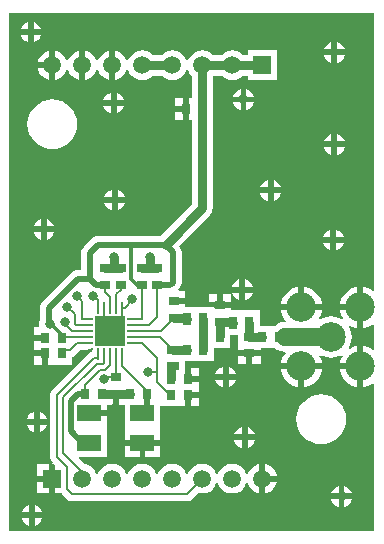
<source format=gtl>
%FSLAX44Y44*%
%MOMM*%
G71*
G01*
G75*
G04 Layer_Physical_Order=1*
G04 Layer_Color=255*
%ADD10R,0.9000X0.8000*%
%ADD11R,0.8000X1.1000*%
%ADD12R,0.8000X0.9000*%
%ADD13R,1.1000X0.8000*%
%ADD14R,2.0000X1.4000*%
%ADD15R,1.0500X0.2500*%
%ADD16R,0.2500X1.0500*%
%ADD17R,2.5000X2.5000*%
%ADD18C,1.5000*%
%ADD19C,0.7500*%
%ADD20C,0.2000*%
%ADD21C,0.5000*%
%ADD22C,0.3000*%
%ADD23C,2.5000*%
%ADD24C,1.5000*%
%ADD25R,1.5000X1.5000*%
%ADD26C,0.8000*%
G36*
X1314392Y1209775D02*
X1313244Y1209232D01*
X1312769Y1209621D01*
X1309729Y1211246D01*
X1306431Y1212247D01*
X1305500Y1212338D01*
Y1194997D01*
Y1177662D01*
X1306431Y1177753D01*
X1309729Y1178754D01*
X1312769Y1180379D01*
X1313244Y1180768D01*
X1314392Y1180225D01*
Y1159775D01*
X1313244Y1159232D01*
X1312769Y1159621D01*
X1309729Y1161246D01*
X1306431Y1162247D01*
X1305500Y1162338D01*
Y1144997D01*
Y1127662D01*
X1306431Y1127753D01*
X1309729Y1128754D01*
X1312769Y1130379D01*
X1313244Y1130768D01*
X1314392Y1130225D01*
Y1005608D01*
X1005608D01*
Y1444392D01*
X1314392D01*
Y1209775D01*
D02*
G37*
%LPC*%
G36*
X1300500Y1142500D02*
X1285662D01*
X1285753Y1141569D01*
X1286754Y1138271D01*
X1288379Y1135230D01*
X1290566Y1132566D01*
X1293230Y1130379D01*
X1296271Y1128754D01*
X1299569Y1127753D01*
X1300500Y1127662D01*
Y1142500D01*
D02*
G37*
G36*
X1270339D02*
X1255500D01*
Y1127662D01*
X1256431Y1127753D01*
X1259729Y1128754D01*
X1262769Y1130379D01*
X1265434Y1132566D01*
X1267621Y1135230D01*
X1269246Y1138271D01*
X1270247Y1141569D01*
X1270339Y1142500D01*
D02*
G37*
G36*
X1166000Y1143500D02*
X1159500D01*
Y1136500D01*
X1166000D01*
Y1143500D01*
D02*
G37*
G36*
X1191500Y1144706D02*
Y1138500D01*
X1197706D01*
X1196861Y1140539D01*
X1195419Y1142419D01*
X1193539Y1143861D01*
X1191500Y1144706D01*
D02*
G37*
G36*
X1186500D02*
X1184461Y1143861D01*
X1182581Y1142419D01*
X1181139Y1140539D01*
X1180294Y1138500D01*
X1186500D01*
Y1144706D01*
D02*
G37*
G36*
X1166000Y1118500D02*
X1159500D01*
Y1111500D01*
X1166000D01*
Y1118500D01*
D02*
G37*
G36*
X1031500Y1106706D02*
Y1100500D01*
X1037706D01*
X1036861Y1102539D01*
X1035419Y1104419D01*
X1033539Y1105861D01*
X1031500Y1106706D01*
D02*
G37*
G36*
X1186500Y1133500D02*
X1180294D01*
X1181139Y1131461D01*
X1182581Y1129581D01*
X1184461Y1128139D01*
X1186500Y1127294D01*
Y1133500D01*
D02*
G37*
G36*
X1250500Y1142500D02*
X1235662D01*
X1235753Y1141569D01*
X1236754Y1138271D01*
X1238379Y1135230D01*
X1240566Y1132566D01*
X1243231Y1130379D01*
X1246271Y1128754D01*
X1249569Y1127753D01*
X1250500Y1127662D01*
Y1142500D01*
D02*
G37*
G36*
X1197706Y1133500D02*
X1191500D01*
Y1127294D01*
X1193539Y1128139D01*
X1195419Y1129581D01*
X1196861Y1131461D01*
X1197706Y1133500D01*
D02*
G37*
G36*
X1033500Y1153500D02*
X1027000D01*
Y1146500D01*
X1033500D01*
Y1153500D01*
D02*
G37*
G36*
X1193500Y1206000D02*
X1186500D01*
Y1199500D01*
X1193500D01*
Y1206000D01*
D02*
G37*
G36*
X1181500D02*
X1174500D01*
Y1199500D01*
X1181500D01*
Y1206000D01*
D02*
G37*
G36*
X1200500Y1207500D02*
X1194294D01*
X1195139Y1205461D01*
X1196581Y1203581D01*
X1198461Y1202139D01*
X1200500Y1201294D01*
Y1207500D01*
D02*
G37*
G36*
Y1218706D02*
X1198461Y1217861D01*
X1196581Y1216419D01*
X1195139Y1214539D01*
X1194294Y1212500D01*
X1200500D01*
Y1218706D01*
D02*
G37*
G36*
X1211706Y1207500D02*
X1205500D01*
Y1201294D01*
X1207539Y1202139D01*
X1209419Y1203581D01*
X1210862Y1205461D01*
X1211706Y1207500D01*
D02*
G37*
G36*
X1218500Y1153500D02*
X1211500D01*
Y1147000D01*
X1218500D01*
Y1153500D01*
D02*
G37*
G36*
X1206500D02*
X1199500D01*
Y1147000D01*
X1206500D01*
Y1153500D01*
D02*
G37*
G36*
X1250500Y1212338D02*
X1249569Y1212247D01*
X1246271Y1211246D01*
X1243231Y1209621D01*
X1240566Y1207434D01*
X1238379Y1204770D01*
X1236754Y1201729D01*
X1235753Y1198431D01*
X1235662Y1197500D01*
X1250500D01*
Y1212338D01*
D02*
G37*
G36*
X1300500D02*
X1299569Y1212247D01*
X1296271Y1211246D01*
X1293230Y1209621D01*
X1290566Y1207434D01*
X1288379Y1204770D01*
X1286754Y1201729D01*
X1285753Y1198431D01*
X1285662Y1197500D01*
X1300500D01*
Y1212338D01*
D02*
G37*
G36*
X1255500D02*
Y1197500D01*
X1270339D01*
X1270247Y1198431D01*
X1269246Y1201729D01*
X1267621Y1204770D01*
X1265434Y1207434D01*
X1262769Y1209621D01*
X1259729Y1211246D01*
X1256431Y1212247D01*
X1255500Y1212338D01*
D02*
G37*
G36*
X1289500Y1043706D02*
Y1037500D01*
X1295706D01*
X1294861Y1039539D01*
X1293419Y1041419D01*
X1291539Y1042861D01*
X1289500Y1043706D01*
D02*
G37*
G36*
X1284500D02*
X1282461Y1042861D01*
X1280581Y1041419D01*
X1279138Y1039539D01*
X1278294Y1037500D01*
X1284500D01*
Y1043706D01*
D02*
G37*
G36*
X1039500Y1047500D02*
X1029500D01*
Y1037500D01*
X1039500D01*
Y1047500D01*
D02*
G37*
G36*
Y1062500D02*
X1029500D01*
Y1052500D01*
X1039500D01*
Y1062500D01*
D02*
G37*
G36*
X1232079Y1047500D02*
X1222300D01*
Y1037721D01*
X1223063Y1037822D01*
X1226104Y1039081D01*
X1228715Y1041085D01*
X1230719Y1043696D01*
X1231978Y1046737D01*
X1232079Y1047500D01*
D02*
G37*
G36*
X1295706Y1032500D02*
X1289500D01*
Y1026294D01*
X1291539Y1027139D01*
X1293419Y1028581D01*
X1294861Y1030461D01*
X1295706Y1032500D01*
D02*
G37*
G36*
X1033706Y1016500D02*
X1027500D01*
Y1010294D01*
X1029539Y1011139D01*
X1031419Y1012581D01*
X1032861Y1014461D01*
X1033706Y1016500D01*
D02*
G37*
G36*
X1022500D02*
X1016294D01*
X1017139Y1014461D01*
X1018581Y1012581D01*
X1020461Y1011139D01*
X1022500Y1010294D01*
Y1016500D01*
D02*
G37*
G36*
Y1027706D02*
X1020461Y1026861D01*
X1018581Y1025419D01*
X1017139Y1023539D01*
X1016294Y1021500D01*
X1022500D01*
Y1027706D01*
D02*
G37*
G36*
X1284500Y1032500D02*
X1278294D01*
X1279138Y1030461D01*
X1280581Y1028581D01*
X1282461Y1027139D01*
X1284500Y1026294D01*
Y1032500D01*
D02*
G37*
G36*
X1027500Y1027706D02*
Y1021500D01*
X1033706D01*
X1032861Y1023539D01*
X1031419Y1025419D01*
X1029539Y1026861D01*
X1027500Y1027706D01*
D02*
G37*
G36*
X1207500Y1093706D02*
Y1087500D01*
X1213706D01*
X1212861Y1089539D01*
X1211419Y1091419D01*
X1209539Y1092861D01*
X1207500Y1093706D01*
D02*
G37*
G36*
X1202500D02*
X1200461Y1092861D01*
X1198581Y1091419D01*
X1197139Y1089539D01*
X1196294Y1087500D01*
X1202500D01*
Y1093706D01*
D02*
G37*
G36*
X1026500Y1095500D02*
X1020294D01*
X1021139Y1093461D01*
X1022581Y1091581D01*
X1024461Y1090138D01*
X1026500Y1089294D01*
Y1095500D01*
D02*
G37*
G36*
Y1106706D02*
X1024461Y1105861D01*
X1022581Y1104419D01*
X1021139Y1102539D01*
X1020294Y1100500D01*
X1026500D01*
Y1106706D01*
D02*
G37*
G36*
X1037706Y1095500D02*
X1031500D01*
Y1089294D01*
X1033539Y1090138D01*
X1035419Y1091581D01*
X1036861Y1093461D01*
X1037706Y1095500D01*
D02*
G37*
G36*
X1269800Y1121352D02*
X1265683Y1120946D01*
X1261725Y1119745D01*
X1258077Y1117795D01*
X1254879Y1115171D01*
X1252255Y1111973D01*
X1250305Y1108325D01*
X1249104Y1104367D01*
X1248698Y1100250D01*
X1249104Y1096133D01*
X1250305Y1092175D01*
X1252255Y1088527D01*
X1254879Y1085329D01*
X1258077Y1082705D01*
X1261725Y1080755D01*
X1265683Y1079554D01*
X1269800Y1079148D01*
X1273917Y1079554D01*
X1277875Y1080755D01*
X1281523Y1082705D01*
X1284721Y1085329D01*
X1287345Y1088527D01*
X1289295Y1092175D01*
X1290496Y1096133D01*
X1290902Y1100250D01*
X1290496Y1104367D01*
X1289295Y1108325D01*
X1287345Y1111973D01*
X1284721Y1115171D01*
X1281523Y1117795D01*
X1277875Y1119745D01*
X1273917Y1120946D01*
X1269800Y1121352D01*
D02*
G37*
G36*
X1116000Y1078000D02*
X1103500D01*
Y1068500D01*
X1116000D01*
Y1078000D01*
D02*
G37*
G36*
X1222300Y1062279D02*
Y1052500D01*
X1232079D01*
X1231978Y1053263D01*
X1230719Y1056304D01*
X1228715Y1058915D01*
X1226104Y1060919D01*
X1223063Y1062178D01*
X1222300Y1062279D01*
D02*
G37*
G36*
X1133500Y1078000D02*
X1121000D01*
Y1068500D01*
X1133500D01*
Y1078000D01*
D02*
G37*
G36*
X1213706Y1082500D02*
X1207500D01*
Y1076294D01*
X1209539Y1077139D01*
X1211419Y1078581D01*
X1212861Y1080461D01*
X1213706Y1082500D01*
D02*
G37*
G36*
X1202500D02*
X1196294D01*
X1197139Y1080461D01*
X1198581Y1078581D01*
X1200461Y1077139D01*
X1202500Y1076294D01*
Y1082500D01*
D02*
G37*
G36*
X1205500Y1218706D02*
Y1212500D01*
X1211706D01*
X1210862Y1214539D01*
X1209419Y1216419D01*
X1207539Y1217861D01*
X1205500Y1218706D01*
D02*
G37*
G36*
X1201500Y1379706D02*
X1199461Y1378862D01*
X1197581Y1377419D01*
X1196139Y1375539D01*
X1195294Y1373500D01*
X1201500D01*
Y1379706D01*
D02*
G37*
G36*
X1096500Y1376706D02*
Y1370500D01*
X1102706D01*
X1101861Y1372539D01*
X1100419Y1374419D01*
X1098539Y1375862D01*
X1096500Y1376706D01*
D02*
G37*
G36*
X1206500Y1379706D02*
Y1373500D01*
X1212706D01*
X1211861Y1375539D01*
X1210419Y1377419D01*
X1208539Y1378862D01*
X1206500Y1379706D01*
D02*
G37*
G36*
X1278500Y1408500D02*
X1272294D01*
X1273139Y1406461D01*
X1274581Y1404581D01*
X1276461Y1403138D01*
X1278500Y1402294D01*
Y1408500D01*
D02*
G37*
G36*
X1039700Y1397500D02*
X1029921D01*
X1030022Y1396737D01*
X1031281Y1393696D01*
X1033285Y1391085D01*
X1035896Y1389081D01*
X1038937Y1387822D01*
X1039700Y1387721D01*
Y1397500D01*
D02*
G37*
G36*
X1091500Y1376706D02*
X1089461Y1375862D01*
X1087581Y1374419D01*
X1086139Y1372539D01*
X1085294Y1370500D01*
X1091500D01*
Y1376706D01*
D02*
G37*
G36*
X1102706Y1365500D02*
X1096500D01*
Y1359294D01*
X1098539Y1360139D01*
X1100419Y1361581D01*
X1101861Y1363461D01*
X1102706Y1365500D01*
D02*
G37*
G36*
X1091500D02*
X1085294D01*
X1086139Y1363461D01*
X1087581Y1361581D01*
X1089461Y1360139D01*
X1091500Y1359294D01*
Y1365500D01*
D02*
G37*
G36*
X1201500Y1368500D02*
X1195294D01*
X1196139Y1366461D01*
X1197581Y1364581D01*
X1199461Y1363138D01*
X1201500Y1362294D01*
Y1368500D01*
D02*
G37*
G36*
X1152500Y1372500D02*
X1146000D01*
Y1365500D01*
X1152500D01*
Y1372500D01*
D02*
G37*
G36*
X1212706Y1368500D02*
X1206500D01*
Y1362294D01*
X1208539Y1363138D01*
X1210419Y1364581D01*
X1211861Y1366461D01*
X1212706Y1368500D01*
D02*
G37*
G36*
X1021500Y1425500D02*
X1015294D01*
X1016139Y1423461D01*
X1017581Y1421581D01*
X1019461Y1420139D01*
X1021500Y1419294D01*
Y1425500D01*
D02*
G37*
G36*
X1283500Y1419706D02*
Y1413500D01*
X1289706D01*
X1288862Y1415539D01*
X1287419Y1417419D01*
X1285539Y1418861D01*
X1283500Y1419706D01*
D02*
G37*
G36*
X1032706Y1425500D02*
X1026500D01*
Y1419294D01*
X1028539Y1420139D01*
X1030419Y1421581D01*
X1031861Y1423461D01*
X1032706Y1425500D01*
D02*
G37*
G36*
X1026500Y1436706D02*
Y1430500D01*
X1032706D01*
X1031861Y1432539D01*
X1030419Y1434419D01*
X1028539Y1435861D01*
X1026500Y1436706D01*
D02*
G37*
G36*
X1021500D02*
X1019461Y1435861D01*
X1017581Y1434419D01*
X1016139Y1432539D01*
X1015294Y1430500D01*
X1021500D01*
Y1436706D01*
D02*
G37*
G36*
X1278500Y1419706D02*
X1276461Y1418861D01*
X1274581Y1417419D01*
X1273139Y1415539D01*
X1272294Y1413500D01*
X1278500D01*
Y1419706D01*
D02*
G37*
G36*
X1039700Y1412279D02*
X1038937Y1412178D01*
X1035896Y1410919D01*
X1033285Y1408915D01*
X1031281Y1406304D01*
X1030022Y1403263D01*
X1029921Y1402500D01*
X1039700D01*
Y1412279D01*
D02*
G37*
G36*
X1289706Y1408500D02*
X1283500D01*
Y1402294D01*
X1285539Y1403138D01*
X1287419Y1404581D01*
X1288862Y1406461D01*
X1289706Y1408500D01*
D02*
G37*
G36*
X1065100Y1412279D02*
X1064337Y1412178D01*
X1061296Y1410919D01*
X1058685Y1408915D01*
X1056681Y1406304D01*
X1055535Y1403537D01*
X1054265D01*
X1053119Y1406304D01*
X1051115Y1408915D01*
X1048504Y1410919D01*
X1045463Y1412178D01*
X1044700Y1412279D01*
Y1399998D01*
Y1387721D01*
X1045463Y1387822D01*
X1048504Y1389081D01*
X1051115Y1391085D01*
X1053119Y1393696D01*
X1054265Y1396463D01*
X1055535D01*
X1056681Y1393696D01*
X1058685Y1391085D01*
X1061296Y1389081D01*
X1064337Y1387822D01*
X1065100Y1387721D01*
Y1399998D01*
Y1412279D01*
D02*
G37*
G36*
X1194600Y1412608D02*
X1191337Y1412178D01*
X1188296Y1410919D01*
X1185685Y1408915D01*
X1185616Y1408826D01*
X1178184D01*
X1178115Y1408915D01*
X1175504Y1410919D01*
X1172463Y1412178D01*
X1169200Y1412608D01*
X1165937Y1412178D01*
X1162896Y1410919D01*
X1160285Y1408915D01*
X1158281Y1406304D01*
X1157135Y1403537D01*
X1155865D01*
X1154719Y1406304D01*
X1152715Y1408915D01*
X1150104Y1410919D01*
X1147063Y1412178D01*
X1143800Y1412608D01*
X1140537Y1412178D01*
X1137496Y1410919D01*
X1134885Y1408915D01*
X1134816Y1408826D01*
X1127384D01*
X1127315Y1408915D01*
X1124704Y1410919D01*
X1121663Y1412178D01*
X1118400Y1412608D01*
X1115137Y1412178D01*
X1112096Y1410919D01*
X1109485Y1408915D01*
X1107481Y1406304D01*
X1106335Y1403537D01*
X1105065D01*
X1103919Y1406304D01*
X1101915Y1408915D01*
X1099304Y1410919D01*
X1096263Y1412178D01*
X1095500Y1412279D01*
Y1399998D01*
Y1387721D01*
X1096263Y1387822D01*
X1099304Y1389081D01*
X1101915Y1391085D01*
X1103919Y1393696D01*
X1105065Y1396463D01*
X1106335D01*
X1107481Y1393696D01*
X1109485Y1391085D01*
X1112096Y1389081D01*
X1115137Y1387822D01*
X1118400Y1387392D01*
X1121663Y1387822D01*
X1124704Y1389081D01*
X1127315Y1391085D01*
X1127384Y1391174D01*
X1134816D01*
X1134885Y1391085D01*
X1137496Y1389081D01*
X1140537Y1387822D01*
X1143800Y1387392D01*
X1147063Y1387822D01*
X1150104Y1389081D01*
X1152715Y1391085D01*
X1154719Y1393696D01*
X1155865Y1396463D01*
X1157135D01*
X1158281Y1393696D01*
X1160285Y1391085D01*
X1160375Y1391016D01*
Y1372500D01*
X1157500D01*
Y1362997D01*
Y1353500D01*
X1160174D01*
Y1282656D01*
X1133084Y1255565D01*
X1081000D01*
X1079042Y1255307D01*
X1077218Y1254551D01*
X1075651Y1253349D01*
X1068651Y1246349D01*
X1067449Y1244782D01*
X1067227Y1244248D01*
X1066693Y1242958D01*
X1066435Y1241000D01*
Y1226565D01*
X1063565D01*
X1061607Y1226307D01*
X1060538Y1225864D01*
X1059783Y1225551D01*
X1059102Y1225029D01*
X1058216Y1224349D01*
X1058216Y1224349D01*
X1033651Y1199784D01*
X1032449Y1198217D01*
X1031693Y1196393D01*
X1031435Y1194435D01*
Y1183844D01*
X1031230Y1183347D01*
X1030920Y1180998D01*
X1031123Y1179455D01*
X1030286Y1178500D01*
X1027000D01*
Y1171500D01*
X1036003D01*
Y1166500D01*
X1027000D01*
Y1165500D01*
X1027000D01*
Y1158500D01*
X1036003D01*
Y1156003D01*
X1038500D01*
Y1146500D01*
X1059000D01*
Y1153280D01*
X1059341Y1153348D01*
X1061326Y1154674D01*
X1065534Y1158883D01*
X1071250D01*
X1073591Y1159348D01*
X1075576Y1160674D01*
X1076500Y1160500D01*
X1076500Y1160500D01*
D01*
X1076500D01*
D01*
Y1160500D01*
X1076500D01*
D01*
Y1160500D01*
D01*
X1076500Y1160500D01*
X1076674Y1159576D01*
X1075382Y1157642D01*
X1074598Y1157118D01*
X1073409Y1156323D01*
X1042174Y1125089D01*
X1040848Y1123104D01*
X1040383Y1120763D01*
Y1068500D01*
X1040848Y1066159D01*
X1042174Y1064174D01*
X1042675Y1063673D01*
X1042189Y1062501D01*
X1043847D01*
X1044500Y1061848D01*
Y1049997D01*
Y1037500D01*
X1050123D01*
X1050674Y1036674D01*
X1054674Y1032674D01*
X1056659Y1031348D01*
X1059000Y1030882D01*
X1156000D01*
X1158341Y1031348D01*
X1160326Y1032674D01*
X1165551Y1037899D01*
X1165737Y1037822D01*
X1169000Y1037392D01*
X1172263Y1037822D01*
X1175304Y1039081D01*
X1177915Y1041085D01*
X1179919Y1043696D01*
X1181065Y1046463D01*
X1182335D01*
X1183481Y1043696D01*
X1185485Y1041085D01*
X1188096Y1039081D01*
X1191137Y1037822D01*
X1194400Y1037392D01*
X1197663Y1037822D01*
X1200704Y1039081D01*
X1203315Y1041085D01*
X1205319Y1043696D01*
X1206465Y1046463D01*
X1207735D01*
X1208881Y1043696D01*
X1210885Y1041085D01*
X1213496Y1039081D01*
X1216537Y1037822D01*
X1217300Y1037721D01*
Y1049997D01*
Y1062279D01*
X1216537Y1062178D01*
X1213496Y1060919D01*
X1210885Y1058915D01*
X1208881Y1056304D01*
X1207735Y1053537D01*
X1206465D01*
X1205319Y1056304D01*
X1203315Y1058915D01*
X1200704Y1060919D01*
X1197663Y1062178D01*
X1194400Y1062608D01*
X1191137Y1062178D01*
X1188096Y1060919D01*
X1185485Y1058915D01*
X1183481Y1056304D01*
X1182335Y1053537D01*
X1181065D01*
X1179919Y1056304D01*
X1177915Y1058915D01*
X1175304Y1060919D01*
X1172263Y1062178D01*
X1169000Y1062608D01*
X1165737Y1062178D01*
X1162696Y1060919D01*
X1160085Y1058915D01*
X1158081Y1056304D01*
X1156935Y1053537D01*
X1155665D01*
X1154519Y1056304D01*
X1152515Y1058915D01*
X1149904Y1060919D01*
X1146863Y1062178D01*
X1143600Y1062608D01*
X1140337Y1062178D01*
X1137296Y1060919D01*
X1134685Y1058915D01*
X1132681Y1056304D01*
X1131535Y1053537D01*
X1130265D01*
X1129119Y1056304D01*
X1127115Y1058915D01*
X1124504Y1060919D01*
X1121463Y1062178D01*
X1118200Y1062608D01*
X1114937Y1062178D01*
X1111896Y1060919D01*
X1109285Y1058915D01*
X1107281Y1056304D01*
X1106135Y1053537D01*
X1104865D01*
X1103719Y1056304D01*
X1101715Y1058915D01*
X1099104Y1060919D01*
X1096063Y1062178D01*
X1092800Y1062608D01*
X1089537Y1062178D01*
X1086496Y1060919D01*
X1083885Y1058915D01*
X1081881Y1056304D01*
X1080735Y1053537D01*
X1079465D01*
X1078319Y1056304D01*
X1076315Y1058915D01*
X1073704Y1060919D01*
X1070663Y1062178D01*
X1069293Y1062359D01*
X1064325Y1067327D01*
X1064811Y1068500D01*
X1088500D01*
Y1092500D01*
D01*
Y1092500D01*
X1088500Y1092500D01*
Y1093500D01*
X1088500D01*
Y1103000D01*
X1073497D01*
Y1108000D01*
X1088500D01*
Y1112500D01*
X1093000D01*
Y1113000D01*
X1093500D01*
Y1122003D01*
X1098500D01*
Y1113000D01*
X1099000D01*
Y1112500D01*
X1103500D01*
Y1093500D01*
X1103500Y1093500D01*
X1103500Y1092500D01*
X1103500D01*
Y1083000D01*
X1133500D01*
Y1092500D01*
D01*
Y1092500D01*
X1133500Y1092500D01*
Y1093500D01*
X1133500D01*
Y1111500D01*
X1134000D01*
Y1111500D01*
X1154500D01*
Y1121003D01*
X1156998D01*
Y1123500D01*
X1166000D01*
Y1124500D01*
X1166000D01*
Y1131500D01*
X1156998D01*
Y1133997D01*
X1154500D01*
Y1136000D01*
X1154501D01*
Y1143500D01*
X1154500D01*
Y1149500D01*
X1179000D01*
Y1160500D01*
X1193000D01*
Y1171500D01*
X1199500D01*
Y1161000D01*
Y1158500D01*
X1218500D01*
Y1160500D01*
X1230847D01*
X1232696Y1159081D01*
X1235737Y1157822D01*
X1239000Y1157392D01*
X1239046D01*
X1239589Y1156244D01*
X1238379Y1154770D01*
X1236754Y1151729D01*
X1235753Y1148431D01*
X1235662Y1147500D01*
X1270339D01*
X1270247Y1148431D01*
X1269246Y1151729D01*
X1267953Y1154149D01*
X1268851Y1155047D01*
X1271271Y1153754D01*
X1274569Y1152753D01*
X1278000Y1152415D01*
X1281431Y1152753D01*
X1284729Y1153754D01*
X1287149Y1155047D01*
X1288047Y1154149D01*
X1286754Y1151729D01*
X1285753Y1148431D01*
X1285662Y1147500D01*
X1300500D01*
Y1162338D01*
X1299569Y1162247D01*
X1296271Y1161246D01*
X1293851Y1159953D01*
X1292953Y1160851D01*
X1294246Y1163271D01*
X1295247Y1166569D01*
X1295585Y1170000D01*
X1295247Y1173431D01*
X1294246Y1176729D01*
X1292953Y1179149D01*
X1293851Y1180047D01*
X1296271Y1178754D01*
X1299569Y1177753D01*
X1300500Y1177662D01*
Y1192500D01*
X1285662D01*
X1285753Y1191569D01*
X1286754Y1188271D01*
X1288047Y1185851D01*
X1287149Y1184953D01*
X1284729Y1186246D01*
X1281431Y1187247D01*
X1278000Y1187585D01*
X1274569Y1187247D01*
X1271271Y1186246D01*
X1268851Y1184953D01*
X1267953Y1185851D01*
X1269246Y1188271D01*
X1270247Y1191569D01*
X1270339Y1192500D01*
X1235662D01*
X1235753Y1191569D01*
X1236754Y1188271D01*
X1238379Y1185230D01*
X1239589Y1183756D01*
X1239046Y1182608D01*
X1239000D01*
X1235737Y1182178D01*
X1232696Y1180919D01*
X1230847Y1179500D01*
X1218000D01*
Y1192500D01*
X1193500D01*
Y1194500D01*
X1179000D01*
Y1195500D01*
X1174500D01*
Y1195500D01*
X1154500D01*
Y1197500D01*
X1144997D01*
Y1202500D01*
X1154500D01*
Y1209000D01*
X1149357D01*
X1148871Y1210173D01*
X1149349Y1210651D01*
X1149349Y1210651D01*
X1150551Y1212218D01*
X1151307Y1214042D01*
X1151337Y1214270D01*
X1151565Y1216000D01*
X1151565Y1216000D01*
Y1242000D01*
X1151565Y1242000D01*
X1151337Y1243730D01*
X1151307Y1243958D01*
X1150551Y1245782D01*
X1149558Y1247077D01*
X1175241Y1272759D01*
X1176643Y1274587D01*
X1177160Y1275834D01*
X1177525Y1276716D01*
X1177825Y1279000D01*
Y1353500D01*
X1178000D01*
Y1363006D01*
X1178026Y1363200D01*
Y1391016D01*
X1178115Y1391085D01*
X1178184Y1391174D01*
X1185616D01*
X1185685Y1391085D01*
X1188296Y1389081D01*
X1191337Y1387822D01*
X1194600Y1387392D01*
X1197863Y1387822D01*
X1200904Y1389081D01*
X1203515Y1391085D01*
X1203584Y1391174D01*
X1207500D01*
Y1387500D01*
X1232500D01*
Y1412500D01*
X1207500D01*
Y1408826D01*
X1203584D01*
X1203515Y1408915D01*
X1200904Y1410919D01*
X1197863Y1412178D01*
X1194600Y1412608D01*
D02*
G37*
G36*
X1090500Y1412279D02*
X1089737Y1412178D01*
X1086696Y1410919D01*
X1084085Y1408915D01*
X1082081Y1406304D01*
X1080935Y1403537D01*
X1079665D01*
X1078519Y1406304D01*
X1076515Y1408915D01*
X1073904Y1410919D01*
X1070863Y1412178D01*
X1070100Y1412279D01*
Y1399998D01*
Y1387721D01*
X1070863Y1387822D01*
X1073904Y1389081D01*
X1076515Y1391085D01*
X1078519Y1393696D01*
X1079665Y1396463D01*
X1080935D01*
X1082081Y1393696D01*
X1084085Y1391085D01*
X1086696Y1389081D01*
X1089737Y1387822D01*
X1090500Y1387721D01*
Y1399998D01*
Y1412279D01*
D02*
G37*
G36*
X1037500Y1269706D02*
Y1263500D01*
X1043706D01*
X1042861Y1265539D01*
X1041419Y1267419D01*
X1039539Y1268861D01*
X1037500Y1269706D01*
D02*
G37*
G36*
X1032500D02*
X1030461Y1268861D01*
X1028581Y1267419D01*
X1027139Y1265539D01*
X1026294Y1263500D01*
X1032500D01*
Y1269706D01*
D02*
G37*
G36*
X1092500Y1283500D02*
X1086294D01*
X1087139Y1281461D01*
X1088581Y1279581D01*
X1090461Y1278139D01*
X1092500Y1277294D01*
Y1283500D01*
D02*
G37*
G36*
X1224500Y1291500D02*
X1218294D01*
X1219139Y1289461D01*
X1220581Y1287581D01*
X1222461Y1286139D01*
X1224500Y1285294D01*
Y1291500D01*
D02*
G37*
G36*
X1103706Y1283500D02*
X1097500D01*
Y1277294D01*
X1099539Y1278139D01*
X1101419Y1279581D01*
X1102861Y1281461D01*
X1103706Y1283500D01*
D02*
G37*
G36*
X1282500Y1260706D02*
Y1254500D01*
X1288706D01*
X1287861Y1256539D01*
X1286419Y1258419D01*
X1284539Y1259862D01*
X1282500Y1260706D01*
D02*
G37*
G36*
X1288706Y1249500D02*
X1282500D01*
Y1243294D01*
X1284539Y1244139D01*
X1286419Y1245581D01*
X1287861Y1247461D01*
X1288706Y1249500D01*
D02*
G37*
G36*
X1277500D02*
X1271294D01*
X1272139Y1247461D01*
X1273581Y1245581D01*
X1275461Y1244139D01*
X1277500Y1243294D01*
Y1249500D01*
D02*
G37*
G36*
X1032500Y1258500D02*
X1026294D01*
X1027139Y1256461D01*
X1028581Y1254581D01*
X1030461Y1253139D01*
X1032500Y1252294D01*
Y1258500D01*
D02*
G37*
G36*
X1277500Y1260706D02*
X1275461Y1259862D01*
X1273581Y1258419D01*
X1272139Y1256539D01*
X1271294Y1254500D01*
X1277500D01*
Y1260706D01*
D02*
G37*
G36*
X1043706Y1258500D02*
X1037500D01*
Y1252294D01*
X1039539Y1253139D01*
X1041419Y1254581D01*
X1042861Y1256461D01*
X1043706Y1258500D01*
D02*
G37*
G36*
X1042200Y1371102D02*
X1038083Y1370696D01*
X1034125Y1369495D01*
X1030477Y1367545D01*
X1027279Y1364921D01*
X1024655Y1361723D01*
X1022705Y1358075D01*
X1021504Y1354117D01*
X1021098Y1350000D01*
X1021504Y1345883D01*
X1022705Y1341925D01*
X1024655Y1338277D01*
X1027279Y1335079D01*
X1030477Y1332455D01*
X1034125Y1330505D01*
X1038083Y1329304D01*
X1042200Y1328898D01*
X1046317Y1329304D01*
X1050275Y1330505D01*
X1053923Y1332455D01*
X1057121Y1335079D01*
X1059745Y1338277D01*
X1061695Y1341925D01*
X1062896Y1345883D01*
X1063302Y1350000D01*
X1062896Y1354117D01*
X1061695Y1358075D01*
X1059745Y1361723D01*
X1057121Y1364921D01*
X1053923Y1367545D01*
X1050275Y1369495D01*
X1046317Y1370696D01*
X1042200Y1371102D01*
D02*
G37*
G36*
X1289706Y1330500D02*
X1283500D01*
Y1324294D01*
X1285539Y1325139D01*
X1287419Y1326581D01*
X1288862Y1328461D01*
X1289706Y1330500D01*
D02*
G37*
G36*
X1278500Y1341706D02*
X1276461Y1340862D01*
X1274581Y1339419D01*
X1273139Y1337539D01*
X1272294Y1335500D01*
X1278500D01*
Y1341706D01*
D02*
G37*
G36*
X1152500Y1360500D02*
X1146000D01*
Y1353500D01*
X1152500D01*
Y1360500D01*
D02*
G37*
G36*
X1283500Y1341706D02*
Y1335500D01*
X1289706D01*
X1288862Y1337539D01*
X1287419Y1339419D01*
X1285539Y1340862D01*
X1283500Y1341706D01*
D02*
G37*
G36*
X1278500Y1330500D02*
X1272294D01*
X1273139Y1328461D01*
X1274581Y1326581D01*
X1276461Y1325139D01*
X1278500Y1324294D01*
Y1330500D01*
D02*
G37*
G36*
X1092500Y1294706D02*
X1090461Y1293861D01*
X1088581Y1292419D01*
X1087139Y1290539D01*
X1086294Y1288500D01*
X1092500D01*
Y1294706D01*
D02*
G37*
G36*
X1235706Y1291500D02*
X1229500D01*
Y1285294D01*
X1231539Y1286139D01*
X1233419Y1287581D01*
X1234862Y1289461D01*
X1235706Y1291500D01*
D02*
G37*
G36*
X1097500Y1294706D02*
Y1288500D01*
X1103706D01*
X1102861Y1290539D01*
X1101419Y1292419D01*
X1099539Y1293861D01*
X1097500Y1294706D01*
D02*
G37*
G36*
X1229500Y1302706D02*
Y1296500D01*
X1235706D01*
X1234862Y1298539D01*
X1233419Y1300419D01*
X1231539Y1301862D01*
X1229500Y1302706D01*
D02*
G37*
G36*
X1224500D02*
X1222461Y1301862D01*
X1220581Y1300419D01*
X1219139Y1298539D01*
X1218294Y1296500D01*
X1224500D01*
Y1302706D01*
D02*
G37*
%LPD*%
D10*
X1145000Y1200000D02*
D03*
Y1186000D02*
D03*
X1184000Y1197000D02*
D03*
Y1183000D02*
D03*
X1209000Y1156000D02*
D03*
Y1170000D02*
D03*
X1100000Y1228000D02*
D03*
Y1214000D02*
D03*
X1096000Y1122000D02*
D03*
Y1136000D02*
D03*
X1131000Y1228000D02*
D03*
Y1214000D02*
D03*
X1118000Y1228000D02*
D03*
Y1214000D02*
D03*
X1087000Y1228000D02*
D03*
Y1214000D02*
D03*
D11*
X1170000Y1185000D02*
D03*
X1156000D02*
D03*
X1184000Y1171000D02*
D03*
X1170000D02*
D03*
X1209000Y1182000D02*
D03*
X1195000D02*
D03*
D12*
X1220000Y1170000D02*
D03*
X1234000D02*
D03*
X1170000Y1159000D02*
D03*
X1156000D02*
D03*
X1143000Y1134000D02*
D03*
X1157000D02*
D03*
X1169000Y1363000D02*
D03*
X1155000D02*
D03*
X1122000Y1122000D02*
D03*
X1108000D02*
D03*
X1070000Y1122000D02*
D03*
X1084000D02*
D03*
X1050000Y1156000D02*
D03*
X1036000D02*
D03*
X1157000Y1121000D02*
D03*
X1143000D02*
D03*
X1036000Y1169000D02*
D03*
X1050000D02*
D03*
D13*
X1144000Y1145000D02*
D03*
Y1159000D02*
D03*
D14*
X1073500Y1105500D02*
D03*
X1118500D02*
D03*
Y1080500D02*
D03*
X1073500D02*
D03*
D15*
X1071250Y1185000D02*
D03*
Y1180000D02*
D03*
Y1175000D02*
D03*
Y1170000D02*
D03*
Y1165000D02*
D03*
X1110750D02*
D03*
Y1170000D02*
D03*
Y1175000D02*
D03*
Y1180000D02*
D03*
Y1185000D02*
D03*
D16*
X1081000Y1155250D02*
D03*
X1086000D02*
D03*
X1091000D02*
D03*
X1096000D02*
D03*
X1101000D02*
D03*
Y1194750D02*
D03*
X1096000D02*
D03*
X1091000D02*
D03*
X1086000D02*
D03*
X1081000D02*
D03*
D17*
X1091000Y1175000D02*
D03*
D18*
X1239000Y1170000D02*
X1278000D01*
D19*
X1209000Y1170000D02*
X1220000D01*
X1209000Y1170000D02*
Y1182000D01*
X1209000Y1170000D02*
X1209000Y1170000D01*
X1184000Y1183000D02*
X1194000D01*
X1195000Y1182000D01*
X1184000Y1171000D02*
Y1183000D01*
X1170000Y1171000D02*
Y1185000D01*
Y1159000D02*
Y1171000D01*
X1170000Y1159000D02*
X1170000Y1159000D01*
X1145000Y1186000D02*
X1155000D01*
X1156000Y1185000D01*
X1144000Y1159000D02*
X1156000D01*
X1156000Y1159000D01*
X1143000Y1134000D02*
Y1144000D01*
X1144000Y1145000D01*
X1084000Y1122000D02*
X1096000D01*
X1108000D01*
X1087000Y1228000D02*
X1094000D01*
X1100000D01*
X1118000D02*
X1125000D01*
X1131000D01*
X1169200Y1363200D02*
Y1400000D01*
X1169000Y1363000D02*
X1169200Y1363200D01*
X1169000Y1279000D02*
Y1363000D01*
X1138000Y1248000D02*
X1169000Y1279000D01*
X1169200Y1400000D02*
X1194600D01*
X1220000D01*
X1118400D02*
X1143800D01*
X1094000Y1228000D02*
Y1238000D01*
X1125000Y1228000D02*
Y1238000D01*
D20*
X1110750Y1175000D02*
X1134000D01*
X1145000Y1186000D01*
X1110750Y1170000D02*
X1133000D01*
X1144000Y1159000D01*
X1110750Y1165000D02*
X1118000D01*
X1131000Y1152000D01*
Y1131843D02*
X1141843Y1121000D01*
X1143000D01*
X1110750Y1180000D02*
X1124000D01*
X1131000Y1187000D01*
Y1214000D01*
X1110750Y1185000D02*
X1118000D01*
Y1214000D01*
X1096000Y1194750D02*
Y1206000D01*
X1100000Y1210000D01*
Y1214000D01*
X1091000Y1194750D02*
Y1204000D01*
X1087000Y1208000D02*
X1091000Y1204000D01*
X1087000Y1208000D02*
Y1214000D01*
X1052000Y1170000D02*
X1071250D01*
X1096000Y1136000D02*
Y1155250D01*
X1096000Y1136000D02*
X1096000Y1136000D01*
X1088000Y1136000D02*
X1096000D01*
X1085998Y1133998D02*
X1088000Y1136000D01*
X1101000Y1145157D02*
Y1155250D01*
Y1145157D02*
X1122000Y1124157D01*
Y1122000D02*
Y1124157D01*
X1091000Y1145998D02*
Y1155250D01*
X1087000Y1141998D02*
X1091000Y1145998D01*
X1082684Y1141998D02*
X1087000D01*
X1070000Y1129314D02*
X1082684Y1141998D01*
X1070000Y1122000D02*
Y1129314D01*
X1101000Y1185000D02*
Y1194750D01*
X1086000Y1180000D02*
X1091000Y1175000D01*
X1086000Y1148069D02*
Y1155250D01*
X1084929Y1146998D02*
X1086000Y1148069D01*
X1079805Y1146998D02*
X1084929D01*
X1051500Y1118692D02*
X1079805Y1146998D01*
X1059000Y1175000D02*
X1071250D01*
X1050000Y1159000D02*
X1057000D01*
X1063000Y1165000D01*
X1071250D01*
X1062000Y1180000D02*
X1071250D01*
X1051002Y1182998D02*
X1052998D01*
X1060998Y1181002D02*
X1062000Y1180000D01*
X1123000Y1140000D02*
X1131000D01*
Y1131843D02*
Y1140000D01*
Y1152000D01*
X1050000Y1172000D02*
X1052000Y1170000D01*
X1067000Y1186000D02*
Y1200000D01*
X1081000Y1151998D02*
Y1155250D01*
X1046500Y1120763D02*
X1077734Y1151998D01*
X1046500Y1068500D02*
Y1120763D01*
X1051500Y1071500D02*
Y1118692D01*
Y1071500D02*
X1067400Y1055600D01*
Y1050000D02*
Y1055600D01*
X1046500Y1068500D02*
X1055000Y1060000D01*
Y1041000D02*
Y1060000D01*
Y1041000D02*
X1059000Y1037000D01*
X1156000D01*
X1169000Y1050000D01*
X1077734Y1151998D02*
X1081000D01*
Y1194750D02*
Y1201000D01*
X1077500Y1204500D02*
X1081000Y1201000D01*
X1077000Y1204500D02*
X1077500D01*
X1063000Y1204000D02*
Y1205000D01*
Y1204000D02*
X1067000Y1200000D01*
X1054998Y1194998D02*
X1060998Y1188998D01*
Y1181002D02*
Y1188998D01*
X1051002Y1182998D02*
X1059000Y1175000D01*
X1101000Y1194750D02*
X1103750D01*
X1109998Y1200998D01*
Y1201998D01*
X1091000Y1175000D02*
X1101000Y1185000D01*
X1086000Y1180000D02*
Y1194750D01*
D21*
X1122000Y1109000D02*
Y1122000D01*
X1118500Y1105500D02*
X1122000Y1109000D01*
X1067500Y1080500D02*
X1073500D01*
X1058000Y1090000D02*
X1067500Y1080500D01*
X1058000Y1090000D02*
Y1116000D01*
X1064000Y1122000D01*
X1070000D01*
X1079000Y1214000D02*
X1087000D01*
X1074000Y1219000D02*
X1079000Y1214000D01*
X1074000Y1219000D02*
Y1241000D01*
X1081000Y1248000D01*
X1138000D02*
X1144000Y1242000D01*
Y1216000D02*
Y1242000D01*
X1142000Y1214000D02*
X1144000Y1216000D01*
X1131000Y1214000D02*
X1142000D01*
X1081000Y1248000D02*
X1109000D01*
X1138000D01*
X1039000Y1181996D02*
X1039998Y1180998D01*
X1039000Y1194435D02*
X1063565Y1219000D01*
X1039000Y1181996D02*
Y1194435D01*
X1063565Y1219000D02*
X1074000D01*
D22*
X1114000Y1214000D02*
X1118000D01*
X1109000Y1219000D02*
X1114000Y1214000D01*
X1109000Y1219000D02*
Y1248000D01*
X1109000Y1248000D02*
X1109000Y1248000D01*
X1050000Y1169000D02*
Y1171979D01*
X1040982Y1180998D02*
X1050000Y1171979D01*
X1039998Y1180998D02*
X1040982D01*
D23*
X1253000Y1195000D02*
D03*
Y1145000D02*
D03*
X1278000Y1170000D02*
D03*
X1303000Y1195000D02*
D03*
Y1145000D02*
D03*
D24*
X1219800Y1050000D02*
D03*
X1194400D02*
D03*
X1169000D02*
D03*
X1143600D02*
D03*
X1118200D02*
D03*
X1092800D02*
D03*
X1067400D02*
D03*
X1042200Y1400000D02*
D03*
X1067600D02*
D03*
X1093000D02*
D03*
X1118400D02*
D03*
X1143800D02*
D03*
X1169200D02*
D03*
X1194600D02*
D03*
D25*
X1042000Y1050000D02*
D03*
X1220000Y1400000D02*
D03*
D26*
X1085000Y1181000D02*
D03*
X1097000D02*
D03*
X1085000Y1169000D02*
D03*
X1097000D02*
D03*
X1085998Y1133998D02*
D03*
X1094000Y1238000D02*
D03*
X1125000D02*
D03*
X1054998Y1194998D02*
D03*
X1039998Y1180998D02*
D03*
X1052998Y1182998D02*
D03*
X1123000Y1140000D02*
D03*
X1077000Y1204500D02*
D03*
X1063000Y1205000D02*
D03*
X1109998Y1201998D02*
D03*
X1281000Y1411000D02*
D03*
Y1333000D02*
D03*
X1280000Y1252000D02*
D03*
X1203000Y1210000D02*
D03*
X1227000Y1294000D02*
D03*
X1204000Y1371000D02*
D03*
X1094000Y1368000D02*
D03*
X1095000Y1286000D02*
D03*
X1035000Y1261000D02*
D03*
X1029000Y1098000D02*
D03*
X1189000Y1136000D02*
D03*
X1205000Y1085000D02*
D03*
X1287000Y1035000D02*
D03*
X1025000Y1019000D02*
D03*
X1024000Y1428000D02*
D03*
M02*

</source>
